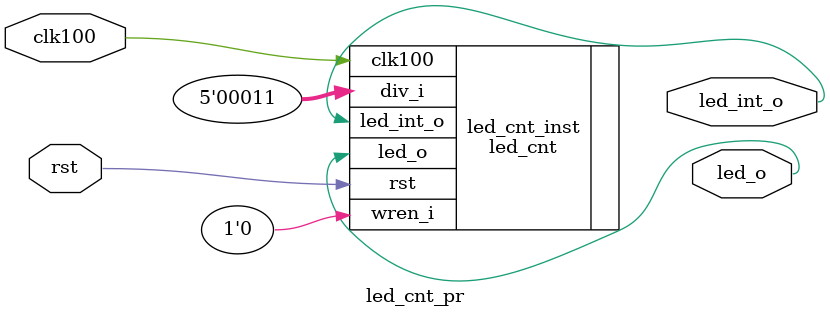
<source format=sv>

module led_cnt_pr (
  input         rst,
  input         clk100,
  output        led_int_o,
  output        led_o
);
///////////////////////////////////////////////////////////////////////////////////////////////////

 led_cnt led_cnt_inst (
   .rst       (rst      ),
   .clk100    (clk100   ),
   .div_i     (5'h3     ),
   .wren_i    (1'b0     ),
   .led_int_o (led_int_o),
   .led_o     (led_o    )
 );

endmodule
</source>
